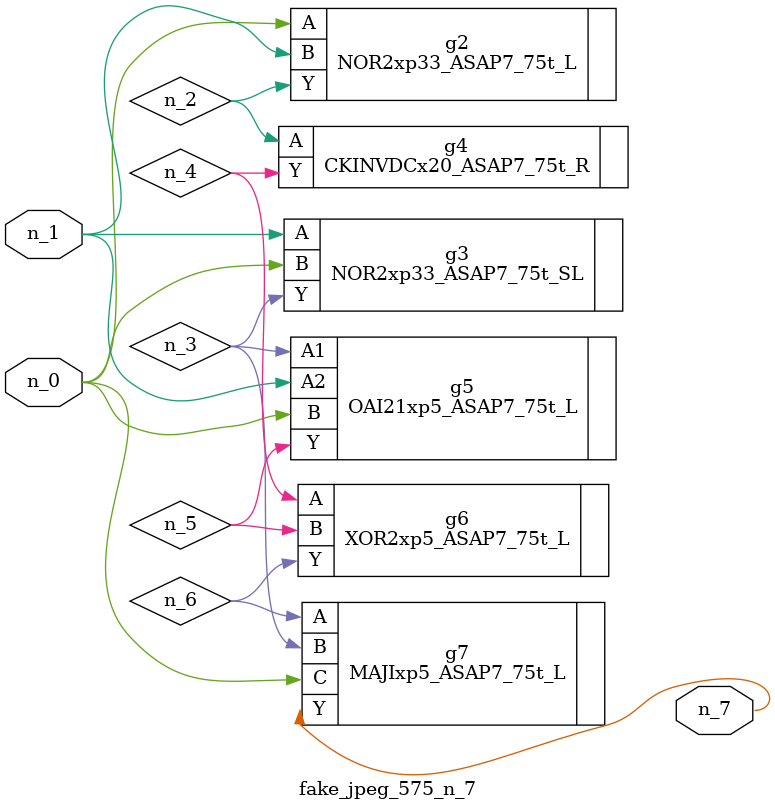
<source format=v>
module fake_jpeg_575_n_7 (n_0, n_1, n_7);

input n_0;
input n_1;

output n_7;

wire n_2;
wire n_3;
wire n_4;
wire n_6;
wire n_5;

NOR2xp33_ASAP7_75t_L g2 ( 
.A(n_0),
.B(n_1),
.Y(n_2)
);

NOR2xp33_ASAP7_75t_SL g3 ( 
.A(n_1),
.B(n_0),
.Y(n_3)
);

CKINVDCx20_ASAP7_75t_R g4 ( 
.A(n_2),
.Y(n_4)
);

XOR2xp5_ASAP7_75t_L g6 ( 
.A(n_4),
.B(n_5),
.Y(n_6)
);

OAI21xp5_ASAP7_75t_L g5 ( 
.A1(n_3),
.A2(n_1),
.B(n_0),
.Y(n_5)
);

MAJIxp5_ASAP7_75t_L g7 ( 
.A(n_6),
.B(n_3),
.C(n_0),
.Y(n_7)
);


endmodule
</source>
